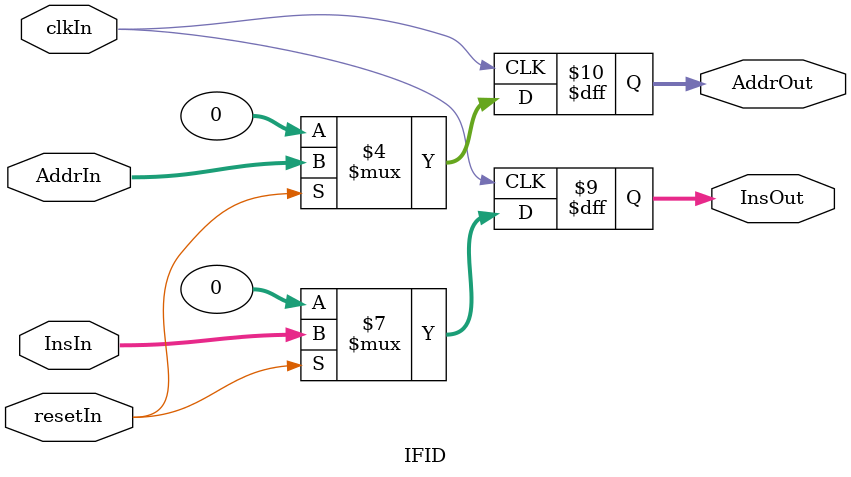
<source format=v>
module IFID(
  input            clkIn,   
  input            resetIn,
  input[31:0]      InsIn,   //from IMem
  input[31:0]      AddrIn,  //from PC
  output reg[31:0] InsOut,  //to   Controller,Reg,ImmGen,IDEX
  output reg[31:0] AddrOut  //to   IDEX
);
  always @(posedge clkIn) begin
    if (~resetIn) begin InsOut<=0; AddrOut<=0; end
    else begin InsOut<=InsIn; AddrOut<=AddrIn; end
  end
endmodule

</source>
